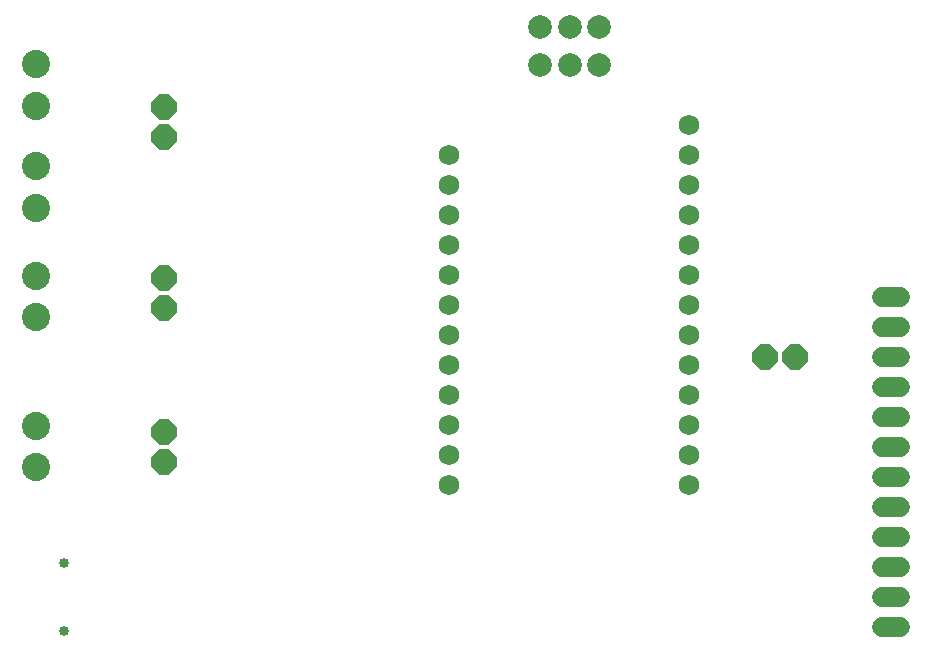
<source format=gbr>
G04 EAGLE Gerber RS-274X export*
G75*
%MOMM*%
%FSLAX34Y34*%
%LPD*%
%INSoldermask Bottom*%
%IPPOS*%
%AMOC8*
5,1,8,0,0,1.08239X$1,22.5*%
G01*
%ADD10C,2.387600*%
%ADD11P,2.309387X8X22.500000*%
%ADD12P,2.309387X8X202.500000*%
%ADD13C,2.003200*%
%ADD14C,1.727200*%
%ADD15C,1.727200*%
%ADD16C,0.853200*%
%ADD17P,2.309387X8X292.500000*%


D10*
X38100Y341850D03*
X38100Y306850D03*
D11*
X146050Y459740D03*
X146050Y485140D03*
D12*
X146050Y340360D03*
X146050Y314960D03*
D11*
X146050Y184150D03*
X146050Y209550D03*
D13*
X489820Y520450D03*
X489820Y552450D03*
X514820Y552450D03*
X464820Y552450D03*
X464820Y520450D03*
X514820Y520450D03*
D14*
X754380Y323850D02*
X769620Y323850D01*
X769620Y298450D02*
X754380Y298450D01*
X754380Y273050D02*
X769620Y273050D01*
X769620Y247650D02*
X754380Y247650D01*
X754380Y222250D02*
X769620Y222250D01*
X769620Y196850D02*
X754380Y196850D01*
X754380Y171450D02*
X769620Y171450D01*
X769620Y146050D02*
X754380Y146050D01*
X754380Y120650D02*
X769620Y120650D01*
X769620Y95250D02*
X754380Y95250D01*
X754380Y69850D02*
X769620Y69850D01*
X769620Y44450D02*
X754380Y44450D01*
D15*
X387350Y444500D03*
X387350Y419100D03*
X387350Y393300D03*
X387350Y368300D03*
X387350Y342900D03*
X387350Y317500D03*
X387350Y292100D03*
X387350Y266700D03*
X387350Y241300D03*
X387350Y215900D03*
X387350Y190500D03*
X387350Y165100D03*
X590550Y165100D03*
X590550Y190500D03*
X590550Y215900D03*
X590550Y241300D03*
X590550Y266700D03*
X590550Y292100D03*
X590550Y317500D03*
X590550Y342900D03*
X590550Y368300D03*
X590550Y393700D03*
X590550Y419100D03*
X590550Y444500D03*
X590550Y469900D03*
D16*
X61750Y98750D03*
X61750Y40950D03*
D10*
X38100Y520920D03*
X38100Y485920D03*
X38100Y214850D03*
X38100Y179850D03*
D17*
X655320Y273050D03*
X680720Y273050D03*
D10*
X38100Y434560D03*
X38100Y399560D03*
M02*

</source>
